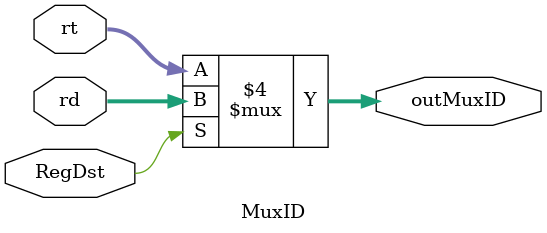
<source format=v>
`timescale 1ns / 1ps
module MuxID(
	input [4:0] rt,rd,
	input RegDst,
	output reg [4:0] outMuxID
    );

initial
begin
	outMuxID = 0;
end
always @(*)
begin
	if(RegDst)
		begin
			outMuxID = rd; //Selecciona tipo R
		end
	
	else
		begin
			outMuxID = rt; //Selecciona tipo I
		end
end
endmodule

</source>
